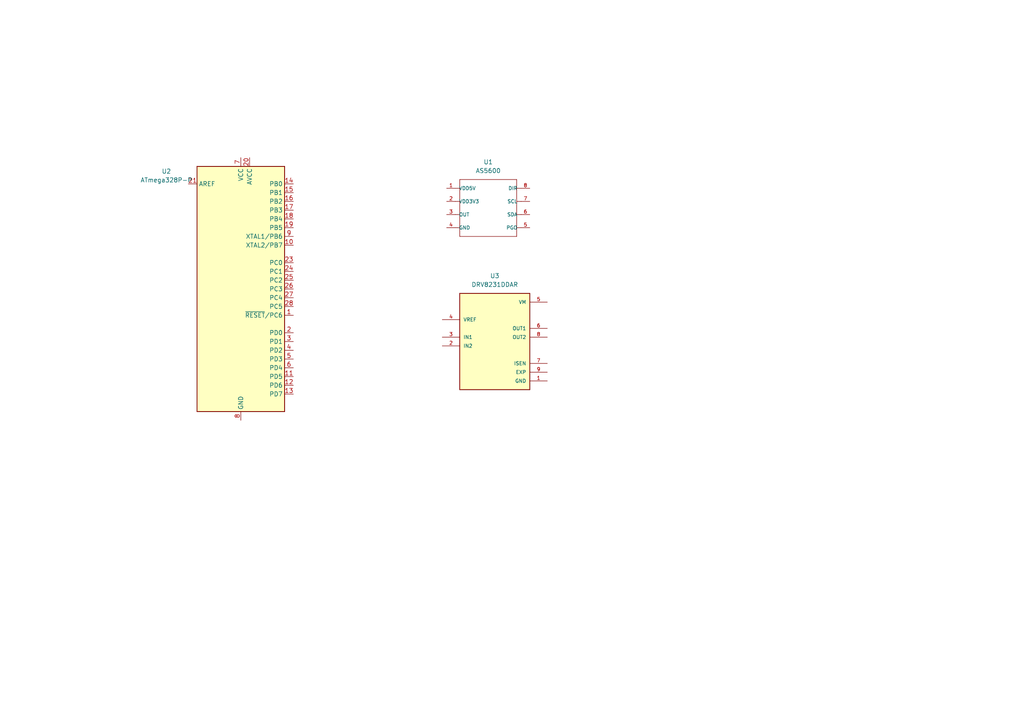
<source format=kicad_sch>
(kicad_sch (version 20231120) (generator "eeschema") (generator_version "8.0")
  (paper "A4")
  (lib_symbols
    (symbol "AS5600:AS5600" (pin_names (offset 1.016))
      (property "Reference" "U" (at -7.62 10.16 0))
      (property "Value" "AS5600" (at -7.62 8.89 0))
      (symbol "AS5600_0_0"
        (polyline (pts (xy -7.62 -7.62) (xy -7.62 -5.08)) (stroke (width 0.1524)))
        (polyline (pts (xy -7.62 -5.08) (xy -8.89 -5.08)) (stroke (width 0.1524)))
        (polyline (pts (xy -7.62 -5.08) (xy -7.62 -1.27)) (stroke (width 0.1524)))
        (polyline (pts (xy -7.62 -1.27) (xy -8.89 -1.27)) (stroke (width 0.1524)))
        (polyline (pts (xy -7.62 -1.27) (xy -7.62 2.54)) (stroke (width 0.1524)))
        (polyline (pts (xy -7.62 2.54) (xy -8.89 2.54)) (stroke (width 0.1524)))
        (polyline (pts (xy -7.62 2.54) (xy -7.62 6.35)) (stroke (width 0.1524)))
        (polyline (pts (xy -7.62 6.35) (xy -8.89 6.35)) (stroke (width 0.1524)))
        (polyline (pts (xy -7.62 6.35) (xy -7.62 8.89)) (stroke (width 0.1524)))
        (polyline (pts (xy -7.62 8.89) (xy 8.89 8.89)) (stroke (width 0.1524)))
        (polyline (pts (xy 8.89 -7.62) (xy -7.62 -7.62)) (stroke (width 0.1524)))
        (polyline (pts (xy 8.89 -5.08) (xy 8.89 -7.62)) (stroke (width 0.1524)))
        (polyline (pts (xy 8.89 -1.27) (xy 8.89 -5.08)) (stroke (width 0.1524)))
        (polyline (pts (xy 8.89 2.54) (xy 8.89 -1.27)) (stroke (width 0.1524)))
        (polyline (pts (xy 8.89 6.35) (xy 8.89 2.54)) (stroke (width 0.1524)))
        (polyline (pts (xy 8.89 8.89) (xy 8.89 6.35)) (stroke (width 0.1524)))
        (polyline (pts (xy 10.16 -5.08) (xy 8.89 -5.08)) (stroke (width 0.1524)))
        (polyline (pts (xy 10.16 -1.27) (xy 8.89 -1.27)) (stroke (width 0.1524)))
        (polyline (pts (xy 10.16 2.54) (xy 8.89 2.54)) (stroke (width 0.1524)))
        (polyline (pts (xy 10.16 6.35) (xy 8.89 6.35)) (stroke (width 0.1524)))
        (pin bidirectional line (at -11.43 6.35 0) (length 2.54) (name "VDD5V") (number "1"))
        (pin bidirectional line (at -11.43 2.54 0) (length 2.54) (name "VDD3V3") (number "2"))
        (pin bidirectional line (at -11.43 -1.27 0) (length 2.54) (name "OUT") (number "3"))
        (pin bidirectional line (at -11.43 -5.08 0) (length 2.54) (name "GND") (number "4"))
        (pin bidirectional line (at 12.7 -5.08 180) (length 2.54) (name "PGO") (number "5"))
        (pin bidirectional line (at 12.7 -1.27 180) (length 2.54) (name "SDA") (number "6"))
        (pin bidirectional line (at 12.7 2.54 180) (length 2.54) (name "SCL") (number "7"))
        (pin bidirectional line (at 12.7 6.35 180) (length 2.54) (name "DIR") (number "8"))
      )
    )
    (symbol "DRV8231DDAR:DRV8231DDAR" (pin_names (offset 1.016))
      (property "Reference" "U" (at -10.16 13.462 0))
      (property "Value" "DRV8231DDAR" (at -10.16 -17.78 0))
      (symbol "DRV8231DDAR_0_0"
        (rectangle (start -10.16 -15.24) (end 10.16 12.7) (stroke (width 0.254)) (fill (type background)))
        (pin power_in line (at 15.24 -12.7 180) (length 5.08) (name "GND") (number "1"))
        (pin input line (at -15.24 -2.54 0) (length 5.08) (name "IN2") (number "2"))
        (pin input line (at -15.24 0 0) (length 5.08) (name "IN1") (number "3"))
        (pin input line (at -15.24 5.08 0) (length 5.08) (name "VREF") (number "4"))
        (pin power_in line (at 15.24 10.16 180) (length 5.08) (name "VM") (number "5"))
        (pin output line (at 15.24 2.54 180) (length 5.08) (name "OUT1") (number "6"))
        (pin power_in line (at 15.24 -7.62 180) (length 5.08) (name "ISEN") (number "7"))
        (pin output line (at 15.24 0 180) (length 5.08) (name "OUT2") (number "8"))
        (pin power_in line (at 15.24 -10.16 180) (length 5.08) (name "EXP") (number "9"))
      )
    )
    (symbol "MCU_Microchip_ATmega:ATmega328P-P"
      (property "Reference" "U" (at -12.7 36.83 0))
      (property "Value" "ATmega328P-P" (at 2.54 -36.83 0))
      (symbol "ATmega328P-P_0_1"
        (rectangle (start -12.7 -35.56) (end 12.7 35.56) (stroke (width 0.254)) (fill (type background)))
      )
      (symbol "ATmega328P-P_1_1"
        (pin bidirectional line (at 15.24 -7.62 180) (length 2.54) (name "~{RESET}/PC6") (number "1"))
        (pin bidirectional line (at 15.24 12.7 180) (length 2.54) (name "XTAL2/PB7") (number "10"))
        (pin bidirectional line (at 15.24 -25.4 180) (length 2.54) (name "PD5") (number "11"))
        (pin bidirectional line (at 15.24 -27.94 180) (length 2.54) (name "PD6") (number "12"))
        (pin bidirectional line (at 15.24 -30.48 180) (length 2.54) (name "PD7") (number "13"))
        (pin bidirectional line (at 15.24 30.48 180) (length 2.54) (name "PB0") (number "14"))
        (pin bidirectional line (at 15.24 27.94 180) (length 2.54) (name "PB1") (number "15"))
        (pin bidirectional line (at 15.24 25.4 180) (length 2.54) (name "PB2") (number "16"))
        (pin bidirectional line (at 15.24 22.86 180) (length 2.54) (name "PB3") (number "17"))
        (pin bidirectional line (at 15.24 20.32 180) (length 2.54) (name "PB4") (number "18"))
        (pin bidirectional line (at 15.24 17.78 180) (length 2.54) (name "PB5") (number "19"))
        (pin bidirectional line (at 15.24 -12.7 180) (length 2.54) (name "PD0") (number "2"))
        (pin power_in line (at 2.54 38.1 270) (length 2.54) (name "AVCC") (number "20"))
        (pin passive line (at -15.24 30.48 0) (length 2.54) (name "AREF") (number "21"))
        (pin passive line (at 0 -38.1 90) (length 2.54) hide (name "GND") (number "22"))
        (pin bidirectional line (at 15.24 7.62 180) (length 2.54) (name "PC0") (number "23"))
        (pin bidirectional line (at 15.24 5.08 180) (length 2.54) (name "PC1") (number "24"))
        (pin bidirectional line (at 15.24 2.54 180) (length 2.54) (name "PC2") (number "25"))
        (pin bidirectional line (at 15.24 0 180) (length 2.54) (name "PC3") (number "26"))
        (pin bidirectional line (at 15.24 -2.54 180) (length 2.54) (name "PC4") (number "27"))
        (pin bidirectional line (at 15.24 -5.08 180) (length 2.54) (name "PC5") (number "28"))
        (pin bidirectional line (at 15.24 -15.24 180) (length 2.54) (name "PD1") (number "3"))
        (pin bidirectional line (at 15.24 -17.78 180) (length 2.54) (name "PD2") (number "4"))
        (pin bidirectional line (at 15.24 -20.32 180) (length 2.54) (name "PD3") (number "5"))
        (pin bidirectional line (at 15.24 -22.86 180) (length 2.54) (name "PD4") (number "6"))
        (pin power_in line (at 0 38.1 270) (length 2.54) (name "VCC") (number "7"))
        (pin power_in line (at 0 -38.1 90) (length 2.54) (name "GND") (number "8"))
        (pin bidirectional line (at 15.24 15.24 180) (length 2.54) (name "XTAL1/PB6") (number "9"))
      )
    )
  )
  (symbol (lib_id "AS5600:AS5600") (at 140.97 60.96 0) (unit 1)
    (property "Reference" "U1" (at 141.605 46.99 0))
    (property "Value" "AS5600" (at 141.605 49.53 0))
    (property "Footprint" "AS5600:AS5600" (effects (hide yes)))
    (property "MF" "Ams AG" (effects (hide yes)))
    (property "Description_1" "\nHall Effect Sensor Rotary Position External Magnet, Not Included Gull Wing\n" (effects (hide yes)))
    (property "Package" "None" (effects (hide yes)))
    (property "Price" "None" (effects (hide yes)))
    (property "SnapEDA_Link" "https://www.snapeda.com/parts/AS5600/ams/view-part/?ref=snap" (effects (hide yes)))
    (property "MP" "AS5600" (effects (hide yes)))
    (property "Availability" "Not in stock" (effects (hide yes)))
    (property "Check_prices" "https://www.snapeda.com/parts/AS5600/ams/view-part/?ref=eda" (effects (hide yes)))
  )
  (symbol (lib_id "DRV8231DDAR:DRV8231DDAR") (at 143.51 97.79 0) (unit 1)
    (property "Reference" "U3" (at 143.51 80.01 0))
    (property "Value" "DRV8231DDAR" (at 143.51 82.55 0))
    (property "Footprint" "DRV8231DDAR:IC_DRV8231DDAR" (effects (hide yes)))
    (property "MF" "Texas Instruments" (effects (hide yes)))
    (property "MAXIMUM_PACKAGE_HEIGHT" "1.7mm" (effects (hide yes)))
    (property "Package" "Texas Instruments" (effects (hide yes)))
    (property "Price" "None" (effects (hide yes)))
    (property "Check_prices" "https://www.snapeda.com/parts/DRV8231DDAR/Texas+Instruments/view-part/?ref=eda" (effects (hide yes)))
    (property "STANDARD" "Manufacturer Recommendations" (effects (hide yes)))
    (property "PARTREV" "November 2021" (effects (hide yes)))
    (property "SnapEDA_Link" "https://www.snapeda.com/parts/DRV8231DDAR/Texas+Instruments/view-part/?ref=snap" (effects (hide yes)))
    (property "MP" "DRV8231DDAR" (effects (hide yes)))
    (property "Purchase-URL" "https://www.snapeda.com/api/url_track_click_mouser/?unipart_id=10440704&manufacturer=Texas Instruments&part_name=DRV8231DDAR&search_term=None" (effects (hide yes)))
    (property "Description_1" "\n35-V, 3.7-A H-bridge motor driver with integrated current regulation\n" (effects (hide yes)))
    (property "Availability" "In Stock" (effects (hide yes)))
    (property "MANUFACTURER" "Texas Instruments" (effects (hide yes)))
  )
  (symbol (lib_id "MCU_Microchip_ATmega:ATmega328P-P") (at 69.85 83.82 0) (unit 1)
    (property "Reference" "U2" (at 48.26 49.692 0))
    (property "Value" "ATmega328P-P" (at 48.26 52.232 0))
    (property "Footprint" "Package_DIP:DIP-28_W7.62mm" (effects (hide yes)))
    (property "Datasheet" "http://ww1.microchip.com/downloads/en/DeviceDoc/ATmega328_P%20AVR%20MCU%20with%20picoPower%20Technology%20Data%20Sheet%2040001984A.pdf" (effects (hide yes)))
    (property "Description" "20MHz, 32kB Flash, 2kB SRAM, 1kB EEPROM, DIP-28" (effects (hide yes)))
  )
)
</source>
